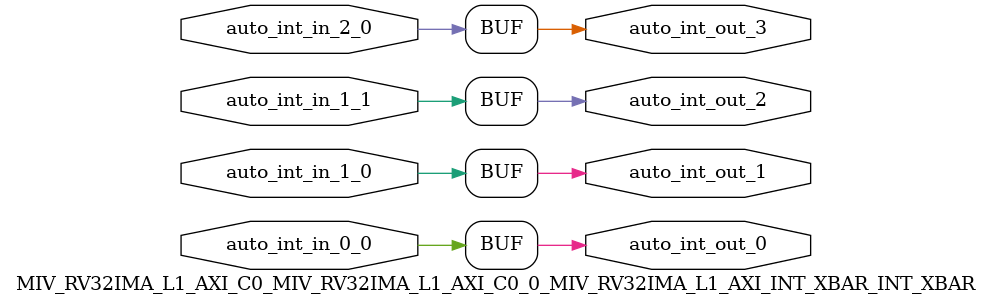
<source format=v>
`ifndef RANDOMIZE_REG_INIT 
	 `define RANDOMIZE_REG_INIT 
 `endif
`ifndef RANDOMIZE_MEM_INIT 
	 `define RANDOMIZE_MEM_INIT 
 `endif
`ifndef RANDOMIZE 
	 `define RANDOMIZE 
`endif

`timescale 1ns/10ps
module MIV_RV32IMA_L1_AXI_C0_MIV_RV32IMA_L1_AXI_C0_0_MIV_RV32IMA_L1_AXI_INT_XBAR_INT_XBAR( // @[:freechips.rocketchip.system.MivRV32ImaL1AhbConfig.fir@100183.2]
  input   auto_int_in_2_0, // @[:freechips.rocketchip.system.MivRV32ImaL1AhbConfig.fir@100186.4]
  input   auto_int_in_1_0, // @[:freechips.rocketchip.system.MivRV32ImaL1AhbConfig.fir@100186.4]
  input   auto_int_in_1_1, // @[:freechips.rocketchip.system.MivRV32ImaL1AhbConfig.fir@100186.4]
  input   auto_int_in_0_0, // @[:freechips.rocketchip.system.MivRV32ImaL1AhbConfig.fir@100186.4]
  output  auto_int_out_0, // @[:freechips.rocketchip.system.MivRV32ImaL1AhbConfig.fir@100186.4]
  output  auto_int_out_1, // @[:freechips.rocketchip.system.MivRV32ImaL1AhbConfig.fir@100186.4]
  output  auto_int_out_2, // @[:freechips.rocketchip.system.MivRV32ImaL1AhbConfig.fir@100186.4]
  output  auto_int_out_3 // @[:freechips.rocketchip.system.MivRV32ImaL1AhbConfig.fir@100186.4]
);
  assign auto_int_out_0 = auto_int_in_0_0;
  assign auto_int_out_1 = auto_int_in_1_0;
  assign auto_int_out_2 = auto_int_in_1_1;
  assign auto_int_out_3 = auto_int_in_2_0;
endmodule

</source>
